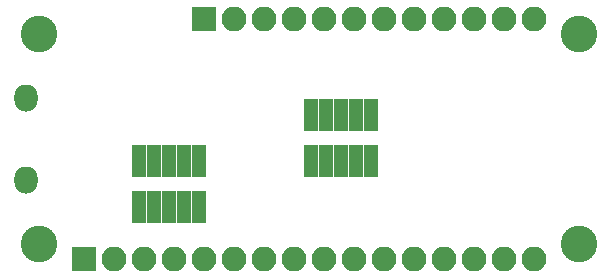
<source format=gbr>
G04 #@! TF.GenerationSoftware,KiCad,Pcbnew,(2017-05-26 revision 1fda668)-master*
G04 #@! TF.CreationDate,2017-06-12T11:29:52-07:00*
G04 #@! TF.ProjectId,feather_five,666561746865725F666976652E6B6963,rev?*
G04 #@! TF.FileFunction,Soldermask,Bot*
G04 #@! TF.FilePolarity,Negative*
%FSLAX46Y46*%
G04 Gerber Fmt 4.6, Leading zero omitted, Abs format (unit mm)*
G04 Created by KiCad (PCBNEW (2017-05-26 revision 1fda668)-master) date Monday, June 12, 2017 'AMt' 11:29:52 AM*
%MOMM*%
%LPD*%
G01*
G04 APERTURE LIST*
%ADD10C,0.100000*%
%ADD11O,2.100000X2.100000*%
%ADD12R,2.100000X2.100000*%
%ADD13R,1.150000X2.800000*%
%ADD14C,3.100000*%
%ADD15O,2.000000X2.300000*%
G04 APERTURE END LIST*
D10*
D11*
X135890000Y-62230000D03*
X133350000Y-62230000D03*
X130810000Y-62230000D03*
X128270000Y-62230000D03*
X125730000Y-62230000D03*
X123190000Y-62230000D03*
X120650000Y-62230000D03*
X118110000Y-62230000D03*
X115570000Y-62230000D03*
X113030000Y-62230000D03*
X110490000Y-62230000D03*
D12*
X107950000Y-62230000D03*
D11*
X135890000Y-82550000D03*
X133350000Y-82550000D03*
X130810000Y-82550000D03*
X128270000Y-82550000D03*
X125730000Y-82550000D03*
X123190000Y-82550000D03*
X120650000Y-82550000D03*
X118110000Y-82550000D03*
X115570000Y-82550000D03*
X113030000Y-82550000D03*
X110490000Y-82550000D03*
X107950000Y-82550000D03*
X105410000Y-82550000D03*
X102870000Y-82550000D03*
X100330000Y-82550000D03*
D12*
X97790000Y-82550000D03*
D13*
X102463600Y-74250000D03*
X102463600Y-78150000D03*
X103733600Y-74250000D03*
X103733600Y-78150000D03*
X105003600Y-74250000D03*
X105003600Y-78150000D03*
X106273600Y-74250000D03*
X106273600Y-78150000D03*
X107543600Y-74250000D03*
X107543600Y-78150000D03*
X122072400Y-74238400D03*
X122072400Y-70338400D03*
X120802400Y-74238400D03*
X120802400Y-70338400D03*
X119532400Y-74238400D03*
X119532400Y-70338400D03*
X118262400Y-74238400D03*
X118262400Y-70338400D03*
X116992400Y-74238400D03*
X116992400Y-70338400D03*
D14*
X139700000Y-81280000D03*
X139700000Y-63500000D03*
X93980000Y-81280000D03*
X93980000Y-63500000D03*
D15*
X92892500Y-68940000D03*
X92892500Y-75840000D03*
M02*

</source>
